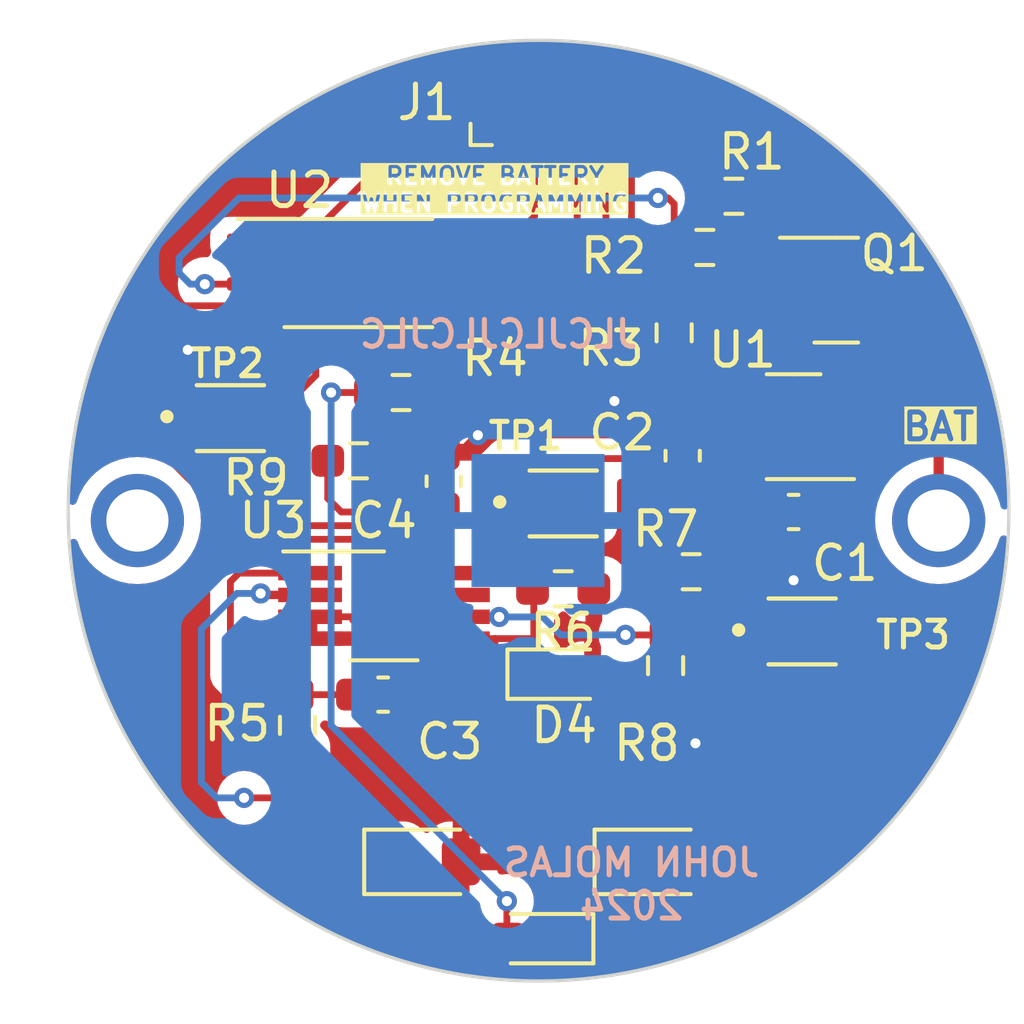
<source format=kicad_pcb>
(kicad_pcb (version 20221018) (generator pcbnew)
  (layers (0 "F.Cu" signal) (31 "B.Cu" signal) (34 "B.Paste" user) (35 "F.Paste" user) (36 "B.SilkS" user "B.Silkscreen") (37 "F.SilkS" user "F.Silkscreen") (38 "B.Mask" user) (39 "F.Mask" user) (44 "Edge.Cuts" user))
  (net 0 "")
  (net 1 "Net-(Q1-S)")
  (net 2 "GND")
  (net 3 "+1V8")
  (net 4 "Net-(C3-Pad1)")
  (net 5 "Net-(D4-K)")
  (net 6 "Net-(D1-A)")
  (net 7 "Net-(D2-K)")
  (net 8 "MOSI")
  (net 9 "RESET")
  (net 10 "SCK")
  (net 11 "MISO")
  (net 12 "Net-(Q1-G)")
  (net 13 "Net-(Q1-D)")
  (net 14 "BATT_MON")
  (net 15 "/45mV")
  (net 16 "Rx")
  (net 18 "+5V")
  (footprint "Resistor_SMD:R_0603_1608Metric_Pad0.98x0.95mm_HandSolder" (layer "F.Cu") (at 119.888 87.376)
    (fp_text reference "R9" (at -3.048 0.508) (layer "F.SilkS"))
    (fp_text value "~")
    (fp_line (start -0.254724 -0.5225) (end 0.254724 -0.5225) (stroke (width 0.12)) (layer "F.SilkS"))
    (fp_line (start -0.254724 0.5225) (end 0.254724 0.5225) (stroke (width 0.12)) (layer "F.SilkS"))
    (pad "1" smd roundrect (at -0.9125 0) (size 0.975 0.95) (layers "F.Cu" "F.Paste" "F.Mask") (net 3 "+1V8"))
    (pad "2" smd roundrect (at 0.9125 0) (size 0.975 0.95) (layers "F.Cu" "F.Paste" "F.Mask") (net 18 "+5V"))
  )
  (footprint "Resistor_SMD:R_0603_1608Metric_Pad0.98x0.95mm_HandSolder" (layer "F.Cu") (at 130.2 81.025 180)
    (fp_text reference "R2" (at 2.7174 -0.255) (layer "F.SilkS"))
    (fp_text value "255k" hide)
    (fp_line (start -0.254724 -0.5225) (end 0.254724 -0.5225) (stroke (width 0.12)) (layer "F.SilkS"))
    (fp_line (start -0.254724 0.5225) (end 0.254724 0.5225) (stroke (width 0.12)) (layer "F.SilkS"))
    (pad "1" smd roundrect (at -0.9125 0 180) (size 0.975 0.95) (layers "F.Cu" "F.Paste" "F.Mask") (net 1 "Net-(Q1-S)"))
    (pad "2" smd roundrect (at 0.9125 0 180) (size 0.975 0.95) (layers "F.Cu" "F.Paste" "F.Mask") (net 14 "BATT_MON"))
  )
  (footprint "LED_SMD:LED_0805_2012Metric_Pad1.15x1.40mm_HandSolder" (layer "F.Cu") (at 128.778 99.314)
    (fp_text reference "D3" hide)
    (fp_text value "D_Photo" hide)
    (fp_line (start -1.86 -0.96) (end -1.86 0.96) (stroke (width 0.12)) (layer "F.SilkS"))
    (fp_line (start -1.86 0.96) (end 1 0.96) (stroke (width 0.12)) (layer "F.SilkS"))
    (fp_line (start 1 -0.96) (end -1.86 -0.96) (stroke (width 0.12)) (layer "F.SilkS"))
    (pad "1" smd roundrect (at -1.025 0) (size 1.15 1.4) (layers "F.Cu" "F.Paste" "F.Mask") (roundrect_rratio 0.2173913043) (net 7 "Net-(D2-K)"))
    (pad "2" smd roundrect (at 1.025 0) (size 1.15 1.4) (layers "F.Cu" "F.Paste" "F.Mask") (roundrect_rratio 0.2173913043) (net 2 "GND"))
  )
  (footprint "S2751_46R:HARWIN_S2751-46R" (layer "F.Cu") (at 116.078 86.106)
    (fp_text reference "TP2" (at -0.1016 -1.6256) (layer "F.SilkS") (effects (font (size 0.8 0.8))))
    (fp_text value "Rx Comparé" hide)
    (fp_line (start -1 -0.98) (end 1 -0.98) (stroke (width 0.127)) (layer "F.SilkS"))
    (fp_line (start 1 0.98) (end -1 0.98) (stroke (width 0.127)) (layer "F.SilkS"))
    (fp_circle (center -1.89 -0.045) (end -1.79 -0.045) (stroke (width 0.2)) (fill none) (layer "F.SilkS"))
    (pad "1" smd rect (at -0.1104 -0.0071) (size 2.4208 1.3858) (layers "F.Cu" "F.Paste" "F.Mask") (net 16 "Rx"))
  )
  (footprint "LED_SMD:LED_0805_2012Metric_Pad1.15x1.40mm_HandSolder" (layer "F.Cu") (at 121.92 99.314)
    (fp_text reference "D2" hide)
    (fp_text value "Photodiodes" hide)
    (fp_line (start -1.86 -0.96) (end -1.86 0.96) (stroke (width 0.12)) (layer "F.SilkS"))
    (fp_line (start -1.86 0.96) (end 1 0.96) (stroke (width 0.12)) (layer "F.SilkS"))
    (fp_line (start 1 -0.96) (end -1.86 -0.96) (stroke (width 0.12)) (layer "F.SilkS"))
    (pad "1" smd roundrect (at -1.025 0) (size 1.15 1.4) (layers "F.Cu" "F.Paste" "F.Mask") (roundrect_rratio 0.2173913043) (net 7 "Net-(D2-K)"))
    (pad "2" smd roundrect (at 1.025 0) (size 1.15 1.4) (layers "F.Cu" "F.Paste" "F.Mask") (roundrect_rratio 0.2173913043) (net 2 "GND"))
  )
  (footprint "Resistor_SMD:R_0603_1608Metric_Pad0.98x0.95mm_HandSolder" (layer "F.Cu") (at 129.032 93.472 90)
    (fp_text reference "R8" (at -2.3114 -0.5588 180) (layer "F.SilkS"))
    (fp_text value "13k" hide)
    (fp_line (start -0.254724 -0.5225) (end 0.254724 -0.5225) (stroke (width 0.12)) (layer "F.SilkS"))
    (fp_line (start -0.254724 0.5225) (end 0.254724 0.5225) (stroke (width 0.12)) (layer "F.SilkS"))
    (pad "1" smd roundrect (at -0.9125 0 90) (size 0.975 0.95) (layers "F.Cu" "F.Paste" "F.Mask") (net 2 "GND"))
    (pad "2" smd roundrect (at 0.9125 0 90) (size 0.975 0.95) (layers "F.Cu" "F.Paste" "F.Mask") (net 15 "/45mV"))
  )
  (footprint "Resistor_SMD:R_0603_1608Metric_Pad0.98x0.95mm_HandSolder" (layer "F.Cu") (at 118.075 95.25 90)
    (fp_text reference "R5" (at 0.0508 -1.7938 180) (layer "F.SilkS"))
    (fp_text value "2M" hide)
    (fp_line (start -0.254724 -0.5225) (end 0.254724 -0.5225) (stroke (width 0.12)) (layer "F.SilkS"))
    (fp_line (start -0.254724 0.5225) (end 0.254724 0.5225) (stroke (width 0.12)) (layer "F.SilkS"))
    (pad "1" smd roundrect (at -0.9125 0 90) (size 0.975 0.95) (layers "F.Cu" "F.Paste" "F.Mask") (net 7 "Net-(D2-K)"))
    (pad "2" smd roundrect (at 0.9125 0 90) (size 0.975 0.95) (layers "F.Cu" "F.Paste" "F.Mask") (net 4 "Net-(C3-Pad1)"))
  )
  (footprint "Resistor_SMD:R_0603_1608Metric_Pad0.98x0.95mm_HandSolder" (layer "F.Cu") (at 125.984 91.186 180)
    (fp_text reference "R6" (at 0 -1.27) (layer "F.SilkS"))
    (fp_text value "330k" hide)
    (fp_line (start -0.254724 -0.5225) (end 0.254724 -0.5225) (stroke (width 0.12)) (layer "F.SilkS"))
    (fp_line (start -0.254724 0.5225) (end 0.254724 0.5225) (stroke (width 0.12)) (layer "F.SilkS"))
    (pad "1" smd roundrect (at -0.9125 0 180) (size 0.975 0.95) (layers "F.Cu" "F.Paste" "F.Mask") (net 2 "GND"))
    (pad "2" smd roundrect (at 0.9125 0 180) (size 0.975 0.95) (layers "F.Cu" "F.Paste" "F.Mask") (net 5 "Net-(D4-K)"))
  )
  (footprint "Capacitor_SMD:C_0603_1608Metric_Pad1.08x0.95mm_HandSolder" (layer "F.Cu") (at 129.54 87.225 90)
    (fp_text reference "C2" (at 0.6872 -1.8034 180) (layer "F.SilkS"))
    (fp_text value "1u" hide)
    (fp_line (start -0.146267 -0.51) (end 0.146267 -0.51) (stroke (width 0.12)) (layer "F.SilkS"))
    (fp_line (start -0.146267 0.51) (end 0.146267 0.51) (stroke (width 0.12)) (layer "F.SilkS"))
    (pad "1" smd roundrect (at -0.8625 0 90) (size 1.075 0.95) (layers "F.Cu" "F.Paste" "F.Mask") (net 3 "+1V8"))
    (pad "2" smd roundrect (at 0.8625 0 90) (size 1.075 0.95) (layers "F.Cu" "F.Paste" "F.Mask") (net 2 "GND"))
  )
  (footprint "Resistor_SMD:R_0603_1608Metric_Pad0.98x0.95mm_HandSolder" (layer "F.Cu") (at 129.286 83.566 -90)
    (fp_text reference "R3" (at 0.4572 1.8796 -180) (layer "F.SilkS"))
    (fp_text value "510k" hide)
    (fp_line (start -0.254724 -0.5225) (end 0.254724 -0.5225) (stroke (width 0.12)) (layer "F.SilkS"))
    (fp_line (start -0.254724 0.5225) (end 0.254724 0.5225) (stroke (width 0.12)) (layer "F.SilkS"))
    (pad "1" smd roundrect (at -0.9125 0 270) (size 0.975 0.95) (layers "F.Cu" "F.Paste" "F.Mask") (net 14 "BATT_MON"))
    (pad "2" smd roundrect (at 0.9125 0 270) (size 0.975 0.95) (layers "F.Cu" "F.Paste" "F.Mask") (net 2 "GND"))
  )
  (footprint "Package_SO:VSSOP-8_3.0x3.0mm_P0.65mm" (layer "F.Cu") (at 120.65 91.694)
    (fp_text reference "U3" (at -3.302 -2.54) (layer "F.SilkS"))
    (fp_text value "LPV801" hide)
    (fp_line (start 0 -1.62) (end -3 -1.62) (stroke (width 0.12)) (layer "F.SilkS"))
    (fp_line (start 1 1.62) (end -1 1.62) (stroke (width 0.12)) (layer "F.SilkS"))
    (pad "1" smd rect (at -2.2 -0.975 270) (size 0.43 1.9) (layers "F.Cu" "F.Paste" "F.Mask") (net 4 "Net-(C3-Pad1)"))
    (pad "2" smd rect (at -2.2 -0.325 270) (size 0.43 1.9) (layers "F.Cu" "F.Paste" "F.Mask") (net 7 "Net-(D2-K)"))
    (pad "3" smd rect (at -2.2 0.325 270) (size 0.43 1.9) (layers "F.Cu" "F.Paste" "F.Mask") (net 2 "GND"))
    (pad "4" smd rect (at -2.2 0.975 270) (size 0.43 1.9) (layers "F.Cu" "F.Paste" "F.Mask") (net 2 "GND"))
    (pad "5" smd rect (at 2.2 0.975 270) (size 0.43 1.9) (layers "F.Cu" "F.Paste" "F.Mask") (net 5 "Net-(D4-K)"))
    (pad "6" smd rect (at 2.2 0.325 270) (size 0.43 1.9) (layers "F.Cu" "F.Paste" "F.Mask") (net 15 "/45mV"))
    (pad "7" smd rect (at 2.2 -0.325 270) (size 0.43 1.9) (layers "F.Cu" "F.Paste" "F.Mask") (net 16 "Rx"))
    (pad "8" smd rect (at 2.2 -0.975 270) (size 0.43 1.9) (layers "F.Cu" "F.Paste" "F.Mask") (net 3 "+1V8"))
  )
  (footprint "Capacitor_SMD:C_0603_1608Metric_Pad1.08x0.95mm_HandSolder" (layer "F.Cu") (at 132.842 88.9 180)
    (fp_text reference "C1" (at -1.524 -1.524) (layer "F.SilkS"))
    (fp_text value "1u" hide)
    (fp_line (start -0.146267 -0.51) (end 0.146267 -0.51) (stroke (width 0.12)) (layer "F.SilkS"))
    (fp_line (start -0.146267 0.51) (end 0.146267 0.51) (stroke (width 0.12)) (layer "F.SilkS"))
    (pad "1" smd roundrect (at -0.8625 0 180) (size 1.075 0.95) (layers "F.Cu" "F.Paste" "F.Mask") (net 1 "Net-(Q1-S)"))
    (pad "2" smd roundrect (at 0.8625 0 180) (size 1.075 0.95) (layers "F.Cu" "F.Paste" "F.Mask") (net 2 "GND"))
  )
  (footprint "Package_TO_SOT_SMD:SOT-23" (layer "F.Cu") (at 134.112 82.296)
    (fp_text reference "Q1" (at 1.7272 -1.0922) (layer "F.SilkS"))
    (fp_text value "DMP3068L" hide)
    (fp_line (start 0 -1.56) (end -1.675 -1.56) (stroke (width 0.12)) (layer "F.SilkS"))
    (fp_line (start 0 -1.56) (end 0.65 -1.56) (stroke (width 0.12)) (layer "F.SilkS"))
    (fp_line (start 0 1.56) (end -0.65 1.56) (stroke (width 0.12)) (layer "F.SilkS"))
    (fp_line (start 0 1.56) (end 0.65 1.56) (stroke (width 0.12)) (layer "F.SilkS"))
    (pad "1" smd roundrect (at -0.9375 -0.95) (size 1.7 0.6) (layers "F.Cu" "F.Paste" "F.Mask") (net 12 "Net-(Q1-G)"))
    (pad "2" smd roundrect (at -0.9375 0.95) (size 1.7 0.6) (layers "F.Cu" "F.Paste" "F.Mask") (net 1 "Net-(Q1-S)"))
    (pad "3" smd roundrect (at 0.9375 0) (size 1.7 0.6) (layers "F.Cu" "F.Paste" "F.Mask") (net 13 "Net-(Q1-D)"))
  )
  (footprint "Diode_SMD:D_0603_1608Metric_Pad1.05x0.95mm_HandSolder" (layer "F.Cu") (at 125.984 93.726)
    (fp_text reference "D4" (at 0.0254 1.524) (layer "F.SilkS"))
    (fp_text value "D_Schottky" hide)
    (fp_line (start -1.66 -0.735) (end -1.66 0.735) (stroke (width 0.12)) (layer "F.SilkS"))
    (fp_line (start -1.66 0.735) (end 0.8 0.735) (stroke (width 0.12)) (layer "F.SilkS"))
    (fp_line (start 0.8 -0.735) (end -1.66 -0.735) (stroke (width 0.12)) (layer "F.SilkS"))
    (pad "1" smd roundrect (at -0.875 0) (size 1.05 0.95) (layers "F.Cu" "F.Paste" "F.Mask") (net 5 "Net-(D4-K)"))
    (pad "2" smd roundrect (at 0.875 0) (size 1.05 0.95) (layers "F.Cu" "F.Paste" "F.Mask") (net 2 "GND"))
  )
  (footprint "Resistor_SMD:R_0603_1608Metric_Pad0.98x0.95mm_HandSolder" (layer "F.Cu") (at 129.794 90.678 180)
    (fp_text reference "R7" (at 0.762 1.27) (layer "F.SilkS"))
    (fp_text value "510k" hide)
    (fp_line (start -0.254724 -0.5225) (end 0.254724 -0.5225) (stroke (width 0.12)) (layer "F.SilkS"))
    (fp_line (start -0.254724 0.5225) (end 0.254724 0.5225) (stroke (width 0.12)) (layer "F.SilkS"))
    (pad "1" smd roundrect (at -0.9125 0 180) (size 0.975 0.95) (layers "F.Cu" "F.Paste" "F.Mask") (net 15 "/45mV"))
    (pad "2" smd roundrect (at 0.9125 0 180) (size 0.975 0.95) (layers "F.Cu" "F.Paste" "F.Mask") (net 3 "+1V8"))
  )
  (footprint "LED_SMD:LED_0603_1608Metric_Pad1.05x0.95mm_HandSolder" (layer "F.Cu") (at 125.222 101.6 180)
    (fp_text reference "D1" hide)
    (fp_text value "LED" hide)
    (fp_line (start -1.66 -0.735) (end -1.66 0.735) (stroke (width 0.12)) (layer "F.SilkS"))
    (fp_line (start -1.66 0.735) (end 0.8 0.735) (stroke (width 0.12)) (layer "F.SilkS"))
    (fp_line (start 0.8 -0.735) (end -1.66 -0.735) (stroke (width 0.12)) (layer "F.SilkS"))
    (pad "1" smd roundrect (at -0.875 0 180) (size 1.05 0.95) (layers "F.Cu" "F.Paste" "F.Mask") (net 2 "GND"))
    (pad "2" smd roundrect (at 0.875 0 180) (size 1.05 0.95) (layers "F.Cu" "F.Paste" "F.Mask") (net 6 "Net-(D1-A)"))
  )
  (footprint "Resistor_SMD:R_0603_1608Metric_Pad0.98x0.95mm_HandSolder" (layer "F.Cu") (at 131.064 79.502 180)
    (fp_text reference "R1" (at -0.5334 1.3208) (layer "F.SilkS"))
    (fp_text value "100k" hide)
    (fp_line (start -0.254724 -0.5225) (end 0.254724 -0.5225) (stroke (width 0.12)) (layer "F.SilkS"))
    (fp_line (start -0.254724 0.5225) (end 0.254724 0.5225) (stroke (width 0.12)) (layer "F.SilkS"))
    (pad "1" smd roundrect (at -0.9125 0 180) (size 0.975 0.95) (layers "F.Cu" "F.Paste" "F.Mask") (net 12 "Net-(Q1-G)"))
    (pad "2" smd roundrect (at 0.9125 0 180) (size 0.975 0.95) (layers "F.Cu" "F.Paste" "F.Mask") (net 2 "GND"))
  )
  (footprint "Package_SO:TSSOP-8_4.4x3mm_P0.65mm" (layer "F.Cu") (at 119.888 81.788)
    (fp_text reference "U2" (at -1.7526 -2.4638) (layer "F.SilkS"))
    (fp_text value "ATtiny45V-10X" hide)
    (fp_line (start 0 -1.61) (end -3.6 -1.61) (stroke (width 0.12)) (layer "F.SilkS"))
    (fp_line (start 0 -1.61) (end 2.2 -1.61) (stroke (width 0.12)) (layer "F.SilkS"))
    (fp_line (start 0 1.61) (end -2.2 1.61) (stroke (width 0.12)) (layer "F.SilkS"))
    (fp_line (start 0 1.61) (end 2.2 1.61) (stroke (width 0.12)) (layer "F.SilkS"))
    (pad "1" smd roundrect (at -2.8625 -0.975) (size 2.1 0.4) (layers "F.Cu" "F.Paste" "F.Mask") (net 9 "RESET"))
    (pad "2" smd roundrect (at -2.8625 -0.325) (size 2.1 0.4) (layers "F.Cu" "F.Paste" "F.Mask") (net 16 "Rx"))
    (pad "3" smd roundrect (at -2.8625 0.325) (size 2.1 0.4) (layers "F.Cu" "F.Paste" "F.Mask") (net 14 "BATT_MON"))
    (pad "4" smd roundrect (at -2.8625 0.975) (size 2.1 0.4) (layers "F.Cu" "F.Paste" "F.Mask") (net 2 "GND"))
    (pad "5" smd roundrect (at 2.8625 0.975) (size 2.1 0.4) (layers "F.Cu" "F.Paste" "F.Mask") (net 8 "MOSI"))
    (pad "6" smd roundrect (at 2.8625 0.325) (size 2.1 0.4) (layers "F.Cu" "F.Paste" "F.Mask") (net 11 "MISO"))
    (pad "7" smd roundrect (at 2.8625 -0.325) (size 2.1 0.4) (layers "F.Cu" "F.Paste" "F.Mask") (net 10 "SCK"))
    (pad "8" smd roundrect (at 2.8625 -0.975) (size 2.1 0.4) (layers "F.Cu" "F.Paste" "F.Mask") (net 18 "+5V"))
  )
  (footprint "Capacitor_SMD:C_0603_1608Metric_Pad1.08x0.95mm_HandSolder" (layer "F.Cu") (at 122.428 87.9845 90)
    (fp_text reference "C4" (at -1.1695 -1.778 180) (layer "F.SilkS"))
    (fp_text value "~")
    (fp_line (start -0.146267 -0.51) (end 0.146267 -0.51) (stroke (width 0.12)) (layer "F.SilkS"))
    (fp_line (start -0.146267 0.51) (end 0.146267 0.51) (stroke (width 0.12)) (layer "F.SilkS"))
    (pad "1" smd roundrect (at -0.8625 0 90) (size 1.075 0.95) (layers "F.Cu" "F.Paste" "F.Mask") (net 18 "+5V"))
    (pad "2" smd roundrect (at 0.8625 0 90) (size 1.075 0.95) (layers "F.Cu" "F.Paste" "F.Mask") (net 2 "GND"))
  )
  (footprint "Resistor_SMD:R_0603_1608Metric_Pad0.98x0.95mm_HandSolder" (layer "F.Cu") (at 121.158 85.344 180)
    (fp_text reference "R4" (at -2.794 1.016) (layer "F.SilkS"))
    (fp_text value "300" hide)
    (fp_line (start -0.254724 -0.5225) (end 0.254724 -0.5225) (stroke (width 0.12)) (layer "F.SilkS"))
    (fp_line (start -0.254724 0.5225) (end 0.254724 0.5225) (stroke (width 0.12)) (layer "F.SilkS"))
    (pad "1" smd roundrect (at -0.9125 0 180) (size 0.975 0.95) (layers "F.Cu" "F.Paste" "F.Mask") (net 8 "MOSI"))
    (pad "2" smd roundrect (at 0.9125 0 180) (size 0.975 0.95) (layers "F.Cu" "F.Paste" "F.Mask") (net 6 "Net-(D1-A)"))
  )
  (footprint "S2751_46R:HARWIN_S2751-46R" (layer "F.Cu") (at 125.984 88.646)
    (fp_text reference "TP1" (at -1.1176 -2.0066) (layer "F.SilkS") (effects (font (size 0.8 0.8))))
    (fp_text value "Rx filtré" hide)
    (fp_line (start -1 -0.98) (end 1 -0.98) (stroke (width 0.127)) (layer "F.SilkS"))
    (fp_line (start 1 0.98) (end -1 0.98) (stroke (width 0.127)) (layer "F.SilkS"))
    (fp_circle (center -1.89 -0.045) (end -1.79 -0.045) (stroke (width 0.2)) (fill none) (layer "F.SilkS"))
    (pad "1" smd rect (at -0.1104 -0.0071) (size 2.4208 1.3858) (layers "F.Cu" "F.Paste" "F.Mask") (net 5 "Net-(D4-K)"))
  )
  (footprint "Package_TO_SOT_SMD:TSOT-23-5" (layer "F.Cu") (at 132.842 86.36 180)
    (fp_text reference "U1" (at 1.524 2.286) (layer "F.SilkS"))
    (fp_text value "TPS7A02 1.8V" hide)
    (fp_line (start 0 -1.56) (end -1.8 -1.56) (stroke (width 0.12)) (layer "F.SilkS"))
    (fp_line (start 0 -1.56) (end 0.8 -1.56) (stroke (width 0.12)) (layer "F.SilkS"))
    (fp_line (start 0 1.56) (end -0.8 1.56) (stroke (width 0.12)) (layer "F.SilkS"))
    (fp_line (start 0 1.56) (end 0.8 1.56) (stroke (width 0.12)) (layer "F.SilkS"))
    (pad "1" smd roundrect (at -1.208 -0.95 180) (size 1.6 0.6) (layers "F.Cu" "F.Paste" "F.Mask") (net 1 "Net-(Q1-S)"))
    (pad "2" smd roundrect (at -1.208 0 180) (size 1.6 0.6) (layers "F.Cu" "F.Paste" "F.Mask") (net 2 "GND"))
    (pad "3" smd roundrect (at -1.208 0.95 180) (size 1.6 0.6) (layers "F.Cu" "F.Paste" "F.Mask") (net 1 "Net-(Q1-S)"))
    (pad "4" smd roundrect (at 1.188 0.95 180) (size 1.6 0.6) (layers "F.Cu" "F.Paste" "F.Mask"))
    (pad "5" smd roundrect (at 1.188 -0.95 180) (size 1.6 0.6) (layers "F.Cu" "F.Paste" "F.Mask") (net 3 "+1V8"))
  )
  (footprint "Connector:Tag-Connect_TC2030-IDC-NL_2x03_P1.27mm_Vertical" (layer "F.Cu") (at 125.13 76.708)
    (fp_text reference "J1" (at -3.21 0) (layer "F.SilkS"))
    (fp_text value "Programmation" hide)
    (fp_line (start -1.905 1.27) (end -1.905 0.635) (stroke (width 0.12)) (layer "F.SilkS"))
    (fp_line (start -1.27 1.27) (end -1.905 1.27) (stroke (width 0.12)) (layer "F.SilkS"))
    (pad "1" connect circle (at -1.27 0.635) (size 0.7874 0.7874) (layers "F.Cu" "F.Mask") (net 9 "RESET"))
    (pad "2" connect circle (at -1.27 -0.635) (size 0.7874 0.7874) (layers "F.Cu" "F.Mask") (net 2 "GND"))
    (pad "3" connect circle (at 0 0.635) (size 0.7874 0.7874) (layers "F.Cu" "F.Mask") (net 18 "+5V"))
    (pad "4" connect circle (at 0 -0.635) (size 0.7874 0.7874) (layers "F.Cu" "F.Mask") (net 8 "MOSI"))
    (pad "5" connect circle (at 1.27 0.635) (size 0.7874 0.7874) (layers "F.Cu" "F.Mask") (net 10 "SCK"))
    (pad "6" connect circle (at 1.27 -0.635) (size 0.7874 0.7874) (layers "F.Cu" "F.Mask") (net 11 "MISO"))
    (zone (net 0) (net_name "") (layer "F.Cu") (connect_pads (clearance 0)) (min_thickness 0.254)
      (keepout (tracks allowed) (vias not_allowed) (pads allowed) (copperpour not_allowed) (footprints not_allowed))
      (fill (thermal_gap 0.508) (thermal_bridge_width 0.508))
      (polygon (pts (xy 126.4 76.073) (xy 123.86 76.073) (xy 123.86 77.343) (xy 126.4 77.343)))
    )
  )
  (footprint "Capacitor_SMD:C_0603_1608Metric_Pad1.08x0.95mm_HandSolder" (layer "F.Cu") (at 120.6246 94.3356)
    (fp_text reference "C3" (at 1.9812 1.397) (layer "F.SilkS"))
    (fp_text value "0.1u" hide)
    (fp_line (start -0.146267 -0.51) (end 0.146267 -0.51) (stroke (width 0.12)) (layer "F.SilkS"))
    (fp_line (start -0.146267 0.51) (end 0.146267 0.51) (stroke (width 0.12)) (layer "F.SilkS"))
    (pad "1" smd roundrect (at -0.8625 0) (size 1.075 0.95) (layers "F.Cu" "F.Paste" "F.Mask") (net 4 "Net-(C3-Pad1)"))
    (pad "2" smd roundrect (at 0.8625 0) (size 1.075 0.95) (layers "F.Cu" "F.Paste" "F.Mask") (net 5 "Net-(D4-K)"))
  )
  (footprint "S2751_46R:HARWIN_S2751-46R" (layer "F.Cu") (at 133.096 92.456)
    (fp_text reference "TP3" (at 3.302 0.1016) (layer "F.SilkS" knockout) (effects (font (size 0.8 0.8))))
    (fp_text value "GND" hide)
    (fp_line (start -1 -0.98) (end 1 -0.98) (stroke (width 0.127)) (layer "F.SilkS"))
    (fp_line (start 1 0.98) (end -1 0.98) (stroke (width 0.127)) (layer "F.SilkS"))
    (fp_circle (center -1.89 -0.045) (end -1.79 -0.045) (stroke (width 0.2)) (fill none) (layer "F.SilkS"))
    (pad "1" smd rect (at -0.1104 -0.0071) (size 2.4208 1.3858) (layers "F.Cu" "F.Paste" "F.Mask") (net 2 "GND"))
  )
  (footprint "3011:BAT_3011" (layer "B.Cu") (at 125.235 89.154 180)
    (fp_text reference "BT1" hide)
    (fp_text value "3011" hide)
    (pad "N" smd rect (at 0 0 180) (size 3.96 3.96) (layers "B.Cu" "B.Mask") (net 2 "GND"))
    (pad "P1" thru_hole circle (at -11.925 0 180) (size 2.775 2.775) (drill 1.85) (layers "*.Cu" "*.Mask") (net 13 "Net-(Q1-D)"))
    (pad "P2" thru_hole circle (at 11.925 0 180) (size 2.775 2.775) (drill 1.85) (layers "*.Cu" "*.Mask"))
  )
  (gr_circle (center 125.25 88.86) (end 139.25 88.86) (stroke (width 0.1)) (fill none) (layer "Edge.Cuts"))
  (gr_text "JLCJLCJLCJLC" (at 128.27 84.074) (layer "B.SilkS") (effects (font (size 0.8 0.8) (thickness 0.15) bold) (justify left bottom mirror)))
  (gr_text "JOHN MOLAS\n2024" (at 128.016 101.092) (layer "B.SilkS") (effects (font (size 0.8 0.8) (thickness 0.15) bold) (justify bottom mirror)))
  (gr_text "REMOVE BATTERY\nWHEN PROGRAMMING" (at 123.952 80.01) (layer "F.SilkS" knockout) (effects (font (size 0.508 0.508) (thickness 0.09525) bold) (justify bottom)))
  (gr_text "BAT" (at 137.16 86.36) (layer "F.SilkS" knockout) (effects (font (size 0.8 0.8))))
  (segment (start 135.382 85.344) (end 135.382 87.376) (width 0.3048) (layer "F.Cu") (net 1))
  (segment (start 134.62 88.9) (end 133.7045 88.9) (width 0.3048) (layer "F.Cu") (net 1))
  (segment (start 135.316 85.41) (end 135.382 85.344) (width 0.25) (layer "F.Cu") (net 1))
  (segment (start 133.9795 87.31) (end 135.316 87.31) (width 0.25) (layer "F.Cu") (net 1))
  (segment (start 135.382 83.82) (end 135.382 85.344) (width 0.3048) (layer "F.Cu") (net 1))
  (segment (start 131.76 83.246) (end 134.808 83.246) (width 0.3048) (layer "F.Cu") (net 1))
  (segment (start 131.1125 82.5985) (end 131.76 83.246) (width 0.3048) (layer "F.Cu") (net 1))
  (segment (start 135.382 87.376) (end 135.382 88.138) (width 0.3048) (layer "F.Cu") (net 1))
  (segment (start 131.1125 81.025) (end 131.1125 82.5985) (width 0.3048) (layer "F.Cu") (net 1))
  (segment (start 135.316 87.31) (end 135.382 87.376) (width 0.25) (layer "F.Cu") (net 1))
  (segment (start 134.808 83.246) (end 135.382 83.82) (width 0.3048) (layer "F.Cu") (net 1))
  (segment (start 133.9795 85.41) (end 135.316 85.41) (width 0.25) (layer "F.Cu") (net 1))
  (segment (start 135.382 88.138) (end 134.62 88.9) (width 0.3048) (layer "F.Cu") (net 1))
  (segment (start 120.6246 92.4306) (end 120.6246 91.293736) (width 0.2032) (layer "F.Cu") (net 2))
  (segment (start 131.064 97.79) (end 131.064 96.774) (width 0.2032) (layer "F.Cu") (net 2))
  (segment (start 119.872064 89.7128) (end 116.6368 89.7128) (width 0.2032) (layer "F.Cu") (net 2))
  (segment (start 117.348 77.978) (end 114.046 81.28) (width 0.2032) (layer "F.Cu") (net 2))
  (segment (start 120.6246 92.4306) (end 120.6246 92.019) (width 0.2032) (layer "F.Cu") (net 2))
  (segment (start 114.046 87.122) (end 114.046 84.074) (width 0.2032) (layer "F.Cu") (net 2))
  (segment (start 127.508 85.598) (end 128.016 85.598) (width 0.2032) (layer "F.Cu") (net 2))
  (segment (start 127.0095 94.3845) (end 126.859 94.234) (width 0.2032) (layer "F.Cu") (net 2))
  (segment (start 120.0912 89.931936) (end 119.872064 89.7128) (width 0.2032) (layer "F.Cu") (net 2))
  (segment (start 130.148 79.5055) (end 130.1515 79.502) (width 0.2032) (layer "F.Cu") (net 2))
  (segment (start 130.81 99.314) (end 131.064 99.06) (width 0.2032) (layer "F.Cu") (net 2))
  (segment (start 120.6246 91.293736) (end 120.0912 90.760336) (width 0.2032) (layer "F.Cu") (net 2))
  (segment (start 129.921 95.7834) (end 131.064 95.7834) (width 0.2032) (layer "F.Cu") (net 2))
  (segment (start 118.618 77.978) (end 117.348 77.978) (width 0.2032) (layer "F.Cu") (net 2))
  (segment (start 128.016 85.598) (end 128.016 83.82) (width 0.2032) (layer "F.Cu") (net 2))
  (segment (start 129.794 83.566) (end 130.148 83.212) (width 0.2032) (layer "F.Cu") (net 2))
  (segment (start 129.286 84.4785) (end 129.286 83.566) (width 0.2032) (layer "F.Cu") (net 2))
  (segment (start 126.859 93.726) (end 126.859 91.2235) (width 0.2032) (layer "F.Cu") (net 2))
  (segment (start 130.148 83.212) (end 130.148 79.5055) (width 0.2032) (layer "F.Cu") (net 2))
  (segment (start 120.6246 92.6846) (end 120.6246 92.4306) (width 0.2032) (layer "F.Cu") (net 2))
  (segment (start 122.945 99.314) (end 126.097 99.314) (width 0.2032) (layer "F.Cu") (net 2))
  (segment (start 120.609 92.669) (end 120.6246 92.6846) (width 0.2032) (layer "F.Cu") (net 2))
  (segment (start 128.016 85.852) (end 128.016 85.598) (width 0.2032) (layer "F.Cu") (net 2))
  (segment (start 132.842 90.424) (end 134.62 90.424) (width 0.2032) (layer "F.Cu") (net 2))
  (segment (start 132.842 90.424) (end 132.842 88.9) (width 0.2032) (layer "F.Cu") (net 2))
  (segment (start 120.0912 90.760336) (end 120.0912 89.931936) (width 0.2032) (layer "F.Cu") (net 2))
  (segment (start 114.046 81.28) (end 114.046 83.058) (width 0.2032) (layer "F.Cu") (net 2))
  (segment (start 129.54 83.566) (end 129.794 83.566) (width 0.2032) (layer "F.Cu") (net 2))
  (segment (start 128.016 83.82) (end 128.27 83.566) (width 0.2032) (layer "F.Cu") (net 2))
  (segment (start 133.096 92.456) (end 135.128 92.456) (width 0.2032) (layer "F.Cu") (net 2))
  (segment (start 131.064 99.06) (end 131.064 97.79) (width 0.2032) (layer "F.Cu") (net 2))
  (segment (start 131.064 95.7834) (end 131.064 94.3845) (width 0.2032) (layer "F.Cu") (net 2))
  (segment (start 132.842 90.424) (end 132.842 90.932) (width 0.2032) (layer "F.Cu") (net 2))
  (segment (start 129.54 86.3625) (end 128.5265 86.3625) (width 0.2032) (layer "F.Cu") (net 2))
  (segment (start 131.064 94.3845) (end 134.2155 94.3845) (width 0.2032) (layer "F.Cu") (net 2))
  (segment (start 122.936 97.79) (end 126.492 97.79) (width 0.2032) (layer "F.Cu") (net 2))
  (segment (start 131.064 96.774) (end 131.064 95.7834) (width 0.2032) (layer "F.Cu") (net 2))
  (segment (start 122.936 87.122) (end 123.444 86.614) (width 0.25) (layer "F.Cu") (net 2))
  (segment (start 129.032 94.3845) (end 127.0095 94.3845) (width 0.2032) (layer "F.Cu") (net 2))
  (segment (start 132.842 86.3625) (end 129.54 86.3625) (width 0.2032) (layer "F.Cu") (net 2))
  (segment (start 132.842 88.9) (end 132.842 86.3625) (width 0.2032) (layer "F.Cu") (net 2))
  (segment (start 128.5265 86.3625) (end 128.016 85.852) (width 0.2032) (layer "F.Cu") (net 2))
  (segment (start 116.9845 82.804) (end 117.0255 82.763) (width 0.2032) (layer "F.Cu") (net 2))
  (segment (start 120.6246 92.6846) (end 120.6246 95.4786) (width 0.2032) (layer "F.Cu") (net 2))
  (segment (start 120.523 76.073) (end 118.618 77.978) (width 0.2032) (layer "F.Cu") (net 2))
  (segment (start 128.27 83.566) (end 129.54 83.566) (width 0.2032) (layer "F.Cu") (net 2))
  (segment (start 114.808 84.074) (end 114.046 84.074) (width 0.25) (layer "F.Cu") (net 2))
  (segment (start 134.62 90.424) (end 135.128 90.932) (width 0.2032) (layer "F.Cu") (net 2))
  (segment (start 126.097 99.314) (end 126.097 97.804) (width 0.2032) (layer "F.Cu") (net 2))
  (segment (start 122.428 87.122) (end 122.936 87.122) (width 0.25) (layer "F.Cu") (net 2))
  (segment (start 129.032 94.3845) (end 131.064 94.3845) (width 0.2032) (layer "F.Cu") (net 2))
  (segment (start 132.842 86.3625) (end 133.469 86.3625) (width 0.2032) (layer "F.Cu") (net 2))
  (segment (start 126.859 93.726) (end 126.859 94.234) (width 0.2032) (layer "F.Cu") (net 2))
  (segment (start 126.097 97.804) (end 126.111 97.79) (width 0.2032) (layer "F.Cu") (net 2))
  (segment (start 123.86 76.073) (end 120.523 76.073) (width 0.2032) (layer "F.Cu") (net 2))
  (segment (start 120.6246 92.019) (end 118.45 92.019) (width 0.2032) (layer "F.Cu") (net 2))
  (segment (start 117.0255 82.763) (end 114.046 82.763) (width 0.2032) (layer "F.Cu") (net 2))
  (segment (start 118.45 92.669) (end 120.609 92.669) (width 0.2032) (layer "F.Cu") (net 2))
  (segment (start 132.842 88.9) (end 131.9795 88.9) (width 0.2032) (layer "F.Cu") (net 2))
  (segment (start 114.046 83.058) (end 114.046 84.074) (width 0.2032) (layer "F.Cu") (net 2))
  (segment (start 120.6246 95.4786) (end 122.936 97.79) (width 0.2032) (layer "F.Cu") (net 2))
  (segment (start 135.128 93.472) (end 135.128 92.456) (width 0.2032) (layer "F.Cu") (net 2))
  (segment (start 114.046 82.763) (end 114.046 83.058) (width 0.2032) (layer "F.Cu") (net 2))
  (segment (start 126.111 97.79) (end 126.492 97.79) (width 0.2032) (layer "F.Cu") (net 2))
  (segment (start 126.097 101.6) (end 126.097 99.314) (width 0.2032) (layer "F.Cu") (net 2))
  (segment (start 129.286 83.566) (end 129.54 83.566) (width 0.2032) (layer "F.Cu") (net 2))
  (segment (start 126.492 97.79) (end 131.064 97.79) (width 0.2032) (layer "F.Cu") (net 2))
  (segment (start 133.469 86.3625) (end 133.4715 86.36) (width 0.2032) (layer "F.Cu") (net 2))
  (segment (start 116.6368 89.7128) (end 114.046 87.122) (width 0.2032) (layer "F.Cu") (net 2))
  (segment (start 129.803 99.314) (end 130.81 99.314) (width 0.2032) (layer "F.Cu") (net 2))
  (segment (start 126.859 91.2235) (end 126.8965 91.186) (width 0.2032) (layer "F.Cu") (net 2))
  (segment (start 135.128 90.932) (end 135.128 92.456) (width 0.2032) (layer "F.Cu") (net 2))
  (segment (start 134.2155 94.3845) (end 135.128 93.472) (width 0.2032) (layer "F.Cu") (net 2))
  (via (at 127.508 85.598) (size 0.6) (drill 0.3) (layers "F.Cu" "B.Cu") (net 2))
  (via (at 114.808 84.074) (size 0.6) (drill 0.3) (layers "F.Cu" "B.Cu") (net 2))
  (via (at 132.842 90.932) (size 0.6) (drill 0.3) (layers "F.Cu" "B.Cu") (net 2))
  (via (at 123.444 86.614) (size 0.6) (drill 0.3) (layers "F.Cu" "B.Cu") (net 2))
  (via (at 129.921 95.7834) (size 0.6) (drill 0.3) (layers "F.Cu" "B.Cu") (net 2))
  (segment (start 125.235 89.154) (end 125.5268 89.4458) (width 0.2032) (layer "B.Cu") (net 2))
  (segment (start 127.508 85.598) (end 125.222 85.598) (width 0.2032) (layer "B.Cu") (net 2))
  (segment (start 121.9962 89.9414) (end 121.9962 91.0082) (width 0.2032) (layer "B.Cu") (net 2))
  (segment (start 126.7714 95.7834) (end 129.921 95.7834) (width 0.2032) (layer "B.Cu") (net 2))
  (segment (start 125.235 86.881) (end 125.235 89.154) (width 0.25) (layer "B.Cu") (net 2))
  (segment (start 125.222 84.328) (end 125.222 85.598) (width 0.25) (layer "B.Cu") (net 2))
  (segment (start 114.808 84.074) (end 124.968 84.074) (width 0.25) (layer "B.Cu") (net 2))
  (segment (start 124.968 84.074) (end 125.222 84.328) (width 0.25) (layer "B.Cu") (net 2))
  (segment (start 125.222 86.868) (end 125.235 86.881) (width 0.25) (layer "B.Cu") (net 2))
  (segment (start 125.222 85.598) (end 125.222 86.868) (width 0.25) (layer "B.Cu") (net 2))
  (segment (start 125.235 89.154) (end 122.7836 89.154) (width 0.2032) (layer "B.Cu") (net 2))
  (segment (start 125.222 89.141) (end 125.235 89.154) (width 0.25) (layer "B.Cu") (net 2))
  (segment (start 123.444 86.614) (end 125.222 86.614) (width 0.25) (layer "B.Cu") (net 2))
  (segment (start 131.826 95.758) (end 129.9464 95.758) (width 0.2032) (layer "B.Cu") (net 2))
  (segment (start 129.9464 95.758) (end 129.921 95.7834) (width 0.2032) (layer "B.Cu") (net 2))
  (segment (start 122.7836 89.154) (end 121.9962 89.9414) (width 0.2032) (layer "B.Cu") (net 2))
  (segment (start 121.9962 91.0082) (end 126.7714 95.7834) (width 0.2032) (layer "B.Cu") (net 2))
  (segment (start 132.842 90.932) (end 132.842 94.742) (width 0.2032) (layer "B.Cu") (net 2))
  (segment (start 132.842 94.742) (end 131.826 95.758) (width 0.2032) (layer "B.Cu") (net 2))
  (segment (start 123.952 87.63) (end 124.272 87.31) (width 0.2032) (layer "F.Cu") (net 3))
  (segment (start 129.54 89.408) (end 128.8815 90.0665) (width 0.2032) (layer "F.Cu") (net 3))
  (segment (start 123.657 90.719) (end 123.952 90.424) (width 0.2032) (layer "F.Cu") (net 3))
  (segment (start 122.85 90.719) (end 123.657 90.719) (width 0.2032) (layer "F.Cu") (net 3))
  (segment (start 128.8815 90.0665) (end 128.8815 90.678) (width 0.2032) (layer "F.Cu") (net 3))
  (segment (start 129.54 88.0875) (end 129.54 89.408) (width 0.2032) (layer "F.Cu") (net 3))
  (segment (start 129.54 88.0875) (end 129.54 87.31) (width 0.2032) (layer "F.Cu") (net 3))
  (segment (start 120.904 90.424) (end 121.199 90.719) (width 0.2032) (layer "F.Cu") (net 3))
  (segment (start 118.9755 88.4955) (end 119.38 88.9) (width 0.2032) (layer "F.Cu") (net 3))
  (segment (start 123.952 90.424) (end 123.952 87.63) (width 0.2032) (layer "F.Cu") (net 3))
  (segment (start 131.1965 87.31) (end 129.54 87.31) (width 0.2032) (layer "F.Cu") (net 3))
  (segment (start 120.904 89.408) (end 120.904 90.424) (width 0.2032) (layer "F.Cu") (net 3))
  (segment (start 124.272 87.31) (end 129.54 87.31) (width 0.2032) (layer "F.Cu") (net 3))
  (segment (start 118.9755 87.376) (end 118.9755 88.4955) (width 0.2032) (layer "F.Cu") (net 3))
  (segment (start 119.38 88.9) (end 120.396 88.9) (width 0.2032) (layer "F.Cu") (net 3))
  (segment (start 120.396 88.9) (end 120.904 89.408) (width 0.2032) (layer "F.Cu") (net 3))
  (segment (start 121.199 90.719) (end 122.85 90.719) (width 0.2032) (layer "F.Cu") (net 3))
  (segment (start 118.075 94.3375) (end 119.7602 94.3375) (width 0.2032) (layer "F.Cu") (net 4))
  (segment (start 116.078 93.726) (end 116.078 90.973) (width 0.2032) (layer "F.Cu") (net 4))
  (segment (start 119.7602 94.3375) (end 119.7621 94.3356) (width 0.2032) (layer "F.Cu") (net 4))
  (segment (start 116.332 90.719) (end 118.45 90.719) (width 0.2032) (layer "F.Cu") (net 4))
  (segment (start 116.078 90.973) (end 116.332 90.719) (width 0.2032) (layer "F.Cu") (net 4))
  (segment (start 118.075 94.3375) (end 116.6895 94.3375) (width 0.2032) (layer "F.Cu") (net 4))
  (segment (start 116.6895 94.3375) (end 116.078 93.726) (width 0.2032) (layer "F.Cu") (net 4))
  (segment (start 123.3424 94.3356) (end 123.952 93.726) (width 0.2032) (layer "F.Cu") (net 5))
  (segment (start 121.4871 94.3356) (end 123.3424 94.3356) (width 0.2032) (layer "F.Cu") (net 5))
  (segment (start 123.952 92.669) (end 125.109 92.669) (width 0.2032) (layer "F.Cu") (net 5))
  (segment (start 122.85 92.669) (end 123.952 92.669) (width 0.2032) (layer "F.Cu") (net 5))
  (segment (start 125.109 93.726) (end 125.109 91.2235) (width 0.2032) (layer "F.Cu") (net 5))
  (segment (start 125.109 91.2235) (end 125.0715 91.186) (width 0.2032) (layer "F.Cu") (net 5))
  (segment (start 125.0715 91.186) (end 125.0715 90.5745) (width 0.2032) (layer "F.Cu") (net 5))
  (segment (start 125.984 89.662) (end 125.984 88.646) (width 0.2032) (layer "F.Cu") (net 5))
  (segment (start 123.952 93.726) (end 123.952 92.669) (width 0.2032) (layer "F.Cu") (net 5))
  (segment (start 125.0715 90.5745) (end 125.984 89.662) (width 0.2032) (layer "F.Cu") (net 5))
  (segment (start 124.3076 100.4824) (end 124.3076 101.5606) (width 0.2032) (layer "F.Cu") (net 6))
  (segment (start 119.0752 85.344) (end 120.2455 85.344) (width 0.2032) (layer "F.Cu") (net 6))
  (via (at 124.3076 100.4824) (size 0.6) (drill 0.3) (layers "F.Cu" "B.Cu") (net 6))
  (via (at 119.0752 85.344) (size 0.6) (drill 0.3) (layers "F.Cu" "B.Cu") (net 6))
  (segment (start 119.0752 95.25) (end 124.3076 100.4824) (width 0.2032) (layer "B.Cu") (net 6))
  (segment (start 119.0752 85.344) (end 119.0752 95.25) (width 0.2032) (layer "B.Cu") (net 6))
  (segment (start 119.126 99.314) (end 118.075 98.263) (width 0.2032) (layer "F.Cu") (net 7))
  (segment (start 119.634 99.314) (end 119.634 100.33) (width 0.2032) (layer "F.Cu") (net 7))
  (segment (start 119.634 99.314) (end 119.126 99.314) (width 0.2032) (layer "F.Cu") (net 7))
  (segment (start 121.158 100.584) (end 122.974 102.4) (width 0.2032) (layer "F.Cu") (net 7))
  (segment (start 122.974 102.4) (end 126.624076 102.4) (width 0.2032) (layer "F.Cu") (net 7))
  (segment (start 117.023 91.369) (end 116.978303 91.324303) (width 0.25) (layer "F.Cu") (net 7))
  (segment (start 118.45 91.369) (end 117.023 91.369) (width 0.25) (layer "F.Cu") (net 7))
  (segment (start 126.624076 102.4) (end 127.753 101.271076) (width 0.2032) (layer "F.Cu") (net 7))
  (segment (start 118.075 96.1625) (end 118.075 97.409) (width 0.2032) (layer "F.Cu") (net 7))
  (segment (start 118.075 97.409) (end 118.075 98.263) (width 0.2032) (layer "F.Cu") (net 7))
  (segment (start 119.634 100.33) (end 119.888 100.584) (width 0.2032) (layer "F.Cu") (net 7))
  (segment (start 119.634 99.314) (end 120.895 99.314) (width 0.2032) (layer "F.Cu") (net 7))
  (segment (start 127.753 101.271076) (end 127.753 99.314) (width 0.2032) (layer "F.Cu") (net 7))
  (segment (start 116.4844 97.409) (end 118.075 97.409) (width 0.2032) (layer "F.Cu") (net 7))
  (segment (start 119.888 100.584) (end 121.158 100.584) (width 0.2032) (layer "F.Cu") (net 7))
  (via (at 116.978303 91.324303) (size 0.6) (drill 0.3) (layers "F.Cu" "B.Cu") (net 7))
  (via (at 116.4844 97.409) (size 0.6) (drill 0.3) (layers "F.Cu" "B.Cu") (net 7))
  (segment (start 116.269897 91.324303) (end 115.2144 92.3798) (width 0.2032) (layer "B.Cu") (net 7))
  (segment (start 116.978303 91.324303) (end 116.269897 91.324303) (width 0.2032) (layer "B.Cu") (net 7))
  (segment (start 115.2144 96.9518) (end 115.6716 97.409) (width 0.2032) (layer "B.Cu") (net 7))
  (segment (start 115.6716 97.409) (end 116.4844 97.409) (width 0.2032) (layer "B.Cu") (net 7))
  (segment (start 115.2144 92.3798) (end 115.2144 96.9518) (width 0.2032) (layer "B.Cu") (net 7))
  (segment (start 124.46 85.344) (end 125.222 84.582) (width 0.2032) (layer "F.Cu") (net 8))
  (segment (start 122.0705 85.344) (end 124.46 85.344) (width 0.2032) (layer "F.Cu") (net 8))
  (segment (start 125.222 84.582) (end 125.222 82.804) (width 0.2032) (layer "F.Cu") (net 8))
  (segment (start 127.3195 75.2495) (end 128.016 75.946) (width 0.2032) (layer "F.Cu") (net 8))
  (segment (start 128.016 82.296) (end 127.508 82.804) (width 0.2032) (layer "F.Cu") (net 8))
  (segment (start 128.016 75.946) (end 128.016 82.296) (width 0.2032) (layer "F.Cu") (net 8))
  (segment (start 125.4105 75.2495) (end 127.3195 75.2495) (width 0.2032) (layer "F.Cu") (net 8))
  (segment (start 125.13 75.53) (end 125.4105 75.2495) (width 0.2032) (layer "F.Cu") (net 8))
  (segment (start 122.7915 82.804) (end 122.7505 82.763) (width 0.2032) (layer "F.Cu") (net 8))
  (segment (start 127.508 82.804) (end 125.222 82.804) (width 0.2032) (layer "F.Cu") (net 8))
  (segment (start 125.13 76.073) (end 125.13 75.53) (width 0.2032) (layer "F.Cu") (net 8))
  (segment (start 125.222 82.804) (end 122.7915 82.804) (width 0.2032) (layer "F.Cu") (net 8))
  (segment (start 117.0255 80.813) (end 118.323 80.813) (width 0.2032) (layer "F.Cu") (net 9))
  (segment (start 118.323 80.813) (end 121.793 77.343) (width 0.2032) (layer "F.Cu") (net 9))
  (segment (start 121.793 77.343) (end 123.86 77.343) (width 0.2032) (layer "F.Cu") (net 9))
  (segment (start 122.7505 81.463) (end 125.293 81.463) (width 0.2032) (layer "F.Cu") (net 10))
  (segment (start 125.293 81.463) (end 126.4 80.356) (width 0.2032) (layer "F.Cu") (net 10))
  (segment (start 126.4 80.356) (end 126.4 77.343) (width 0.2032) (layer "F.Cu") (net 10))
  (segment (start 126.4 76.073) (end 126.873 76.073) (width 0.2032) (layer "F.Cu") (net 11))
  (segment (start 126.873 76.073) (end 127.254 76.454) (width 0.2032) (layer "F.Cu") (net 11))
  (segment (start 126.421 82.113) (end 122.7505 82.113) (width 0.2032) (layer "F.Cu") (net 11))
  (segment (start 127.254 76.454) (end 127.254 81.28) (width 0.2032) (layer "F.Cu") (net 11))
  (segment (start 127.254 81.28) (end 126.421 82.113) (width 0.2032) (layer "F.Cu") (net 11))
  (segment (start 132.9205 81.346) (end 134.1095 81.346) (width 0.2032) (layer "F.Cu") (net 12))
  (segment (start 133.604 79.502) (end 131.9765 79.502) (width 0.2032) (layer "F.Cu") (net 12))
  (segment (start 134.366 81.0895) (end 134.366 80.264) (width 0.2032) (layer "F.Cu") (net 12))
  (segment (start 134.1095 81.346) (end 134.366 81.0895) (width 0.2032) (layer "F.Cu") (net 12))
  (segment (start 134.366 80.264) (end 133.604 79.502) (width 0.2032) (layer "F.Cu") (net 12))
  (segment (start 137.16 83.058) (end 136.398 82.296) (width 0.3048) (layer "F.Cu") (net 13))
  (segment (start 136.398 82.296) (end 134.7955 82.296) (width 0.3048) (layer "F.Cu") (net 13))
  (segment (start 137.16 89.154) (end 137.16 83.058) (width 0.3048) (layer "F.Cu") (net 13))
  (segment (start 117.0203 82.1182) (end 117.0255 82.113) (width 0.2032) (layer "F.Cu") (net 14))
  (segment (start 129.2875 79.7321) (end 129.2875 81.025) (width 0.2032) (layer "F.Cu") (net 14))
  (segment (start 128.8034 79.5528) (end 129.1082 79.5528) (width 0.2032) (layer "F.Cu") (net 14))
  (segment (start 115.316 82.1182) (end 117.0203 82.1182) (width 0.2032) (layer "F.Cu") (net 14))
  (segment (start 129.286 82.6535) (end 129.286 81.1765) (width 0.2032) (layer "F.Cu") (net 14))
  (segment (start 129.1082 79.5528) (end 129.2875 79.7321) (width 0.2032) (layer "F.Cu") (net 14))
  (via (at 115.316 82.1182) (size 0.6) (drill 0.3) (layers "F.Cu" "B.Cu") (net 14))
  (via (at 128.8034 79.5528) (size 0.6) (drill 0.3) (layers "F.Cu" "B.Cu") (net 14))
  (segment (start 114.554 81.3308) (end 116.332 79.5528) (width 0.2032) (layer "B.Cu") (net 14))
  (segment (start 116.332 79.5528) (end 128.8034 79.5528) (width 0.2032) (layer "B.Cu") (net 14))
  (segment (start 114.554 81.788) (end 114.554 81.3308) (width 0.2032) (layer "B.Cu") (net 14))
  (segment (start 115.316 82.1182) (end 114.8842 82.1182) (width 0.2032) (layer "B.Cu") (net 14))
  (segment (start 114.8842 82.1182) (end 114.554 81.788) (width 0.2032) (layer "B.Cu") (net 14))
  (segment (start 130.7065 92.3055) (end 130.4525 92.5595) (width 0.2032) (layer "F.Cu") (net 15))
  (segment (start 130.4525 92.5595) (end 129.032 92.5595) (width 0.2032) (layer "F.Cu") (net 15))
  (segment (start 122.85 92.019) (end 124.0738 92.019) (width 0.2032) (layer "F.Cu") (net 15))
  (segment (start 124.0738 92.019) (end 124.079 92.0242) (width 0.2032) (layer "F.Cu") (net 15))
  (segment (start 127.8401 92.5595) (end 127.8382 92.5576) (width 0.2032) (layer "F.Cu") (net 15))
  (segment (start 130.7065 90.678) (end 130.7065 92.3055) (width 0.2032) (layer "F.Cu") (net 15))
  (segment (start 129.032 92.5595) (end 127.8401 92.5595) (width 0.2032) (layer "F.Cu") (net 15))
  (via (at 127.8382 92.5576) (size 0.6) (drill 0.3) (layers "F.Cu" "B.Cu") (net 15))
  (via (at 124.079 92.0242) (size 0.6) (drill 0.3) (layers "F.Cu" "B.Cu") (net 15))
  (segment (start 125.3744 92.0242) (end 125.9078 92.5576) (width 0.2032) (layer "B.Cu") (net 15))
  (segment (start 125.3744 92.0242) (end 124.079 92.0242) (width 0.2032) (layer "B.Cu") (net 15))
  (segment (start 127.8382 92.5576) (end 125.9078 92.5576) (width 0.2032) (layer "B.Cu") (net 15))
  (segment (start 117.856 86.106) (end 117.8489 86.0989) (width 0.2032) (layer "F.Cu") (net 16))
  (segment (start 121.2746 91.369) (end 120.4976 90.592) (width 0.2032) (layer "F.Cu") (net 16))
  (segment (start 120.4976 90.592) (end 120.4976 89.7636) (width 0.2032) (layer "F.Cu") (net 16))
  (segment (start 117.8489 86.0989) (end 115.9676 86.0989) (width 0.2032) (layer "F.Cu") (net 16))
  (segment (start 118.2624 89.3064) (end 117.856 88.9) (width 0.2032) (layer "F.Cu") (net 16))
  (segment (start 117.856 88.9) (end 117.856 86.106) (width 0.2032) (layer "F.Cu") (net 16))
  (segment (start 118.321244 81.463) (end 118.618 81.759756) (width 0.2032) (layer "F.Cu") (net 16))
  (segment (start 117.856 85.598) (end 117.856 86.106) (width 0.2032) (layer "F.Cu") (net 16))
  (segment (start 120.0404 89.3064) (end 118.2624 89.3064) (width 0.2032) (layer "F.Cu") (net 16))
  (segment (start 118.618 84.836) (end 117.856 85.598) (width 0.2032) (layer "F.Cu") (net 16))
  (segment (start 122.85 91.369) (end 121.2746 91.369) (width 0.2032) (layer "F.Cu") (net 16))
  (segment (start 120.4976 89.7636) (end 120.0404 89.3064) (width 0.2032) (layer "F.Cu") (net 16))
  (segment (start 117.0255 81.463) (end 118.321244 81.463) (width 0.2032) (layer "F.Cu") (net 16))
  (segment (start 118.618 81.759756) (end 118.618 84.836) (width 0.2032) (layer "F.Cu") (net 16))
  (segment (start 124.419 80.813) (end 125.13 80.102) (width 0.2032) (layer "F.Cu") (net 18))
  (segment (start 121.359 88.847) (end 120.8005 88.2885) (width 0.2032) (layer "F.Cu") (net 18))
  (segment (start 122.428 88.847) (end 121.359 88.847) (width 0.2032) (layer "F.Cu") (net 18))
  (segment (start 121.412 80.813) (end 122.7505 80.813) (width 0.2032) (layer "F.Cu") (net 18))
  (segment (start 120.8005 88.2885) (end 120.8005 87.376) (width 0.2032) (layer "F.Cu") (net 18))
  (segment (start 121.158 86.36) (end 121.158 81.067) (width 0.2032) (layer "F.Cu") (net 18))
  (segment (start 125.13 80.102) (end 125.13 77.343) (width 0.2032) (layer "F.Cu") (net 18))
  (segment (start 120.8005 87.376) (end 120.8005 86.7175) (width 0.2032) (layer "F.Cu") (net 18))
  (segment (start 122.7505 80.813) (end 124.419 80.813) (width 0.2032) (layer "F.Cu") (net 18))
  (segment (start 120.8005 86.7175) (end 121.158 86.36) (width 0.2032) (layer "F.Cu") (net 18))
  (segment (start 121.158 81.067) (end 121.412 80.813) (width 0.2032) (layer "F.Cu") (net 18))
  (zone (net 2) (net_name "GND") (layers "F&B.Cu") (connect_pads (clearance 0.5)) (min_thickness 0.25) (fill yes (thermal_gap 0.5) (thermal_bridge_width 0.5))
    (polygon (pts (xy 109.22 73.66) (xy 139.7 73.66) (xy 139.7 104.14) (xy 109.22 104.14)))
  )
)
</source>
